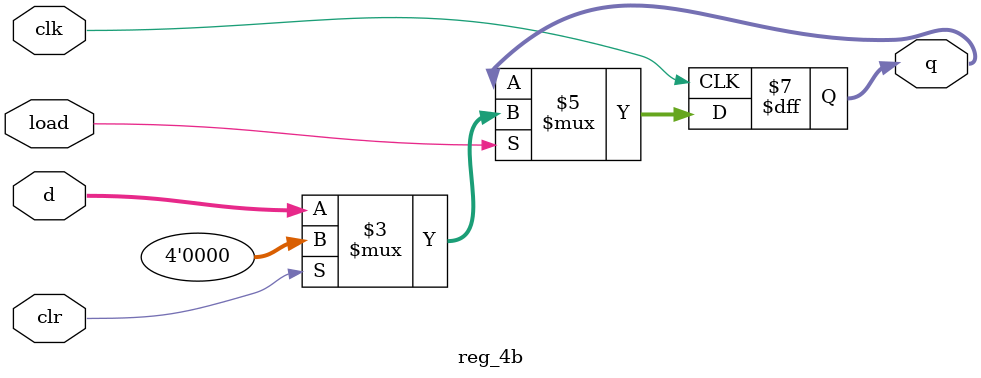
<source format=v>
`timescale 1ns / 1ps



module reg_4b #(parameter SIZE=4) // using 4bit register, so changed size to 4
(
    input clk,
    input load, clr,
    input [SIZE-1:0] d,
    output reg [SIZE-1:0] q
);

    always @ (posedge clk)
        if (load)
			if (clr) 
				q <= 0;
            else
			    q <= d;

endmodule

</source>
